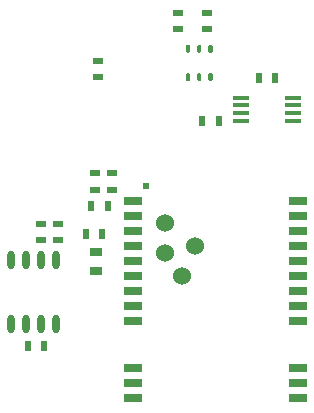
<source format=gbr>
G04 #@! TF.GenerationSoftware,KiCad,Pcbnew,5.1.9-73d0e3b20d~88~ubuntu20.04.1*
G04 #@! TF.CreationDate,2021-01-21T11:53:33+01:00*
G04 #@! TF.ProjectId,lorawan_e78-868ln22s_minipci,6c6f7261-7761-46e5-9f65-37382d383638,V1.0*
G04 #@! TF.SameCoordinates,Original*
G04 #@! TF.FileFunction,Paste,Top*
G04 #@! TF.FilePolarity,Positive*
%FSLAX46Y46*%
G04 Gerber Fmt 4.6, Leading zero omitted, Abs format (unit mm)*
G04 Created by KiCad (PCBNEW 5.1.9-73d0e3b20d~88~ubuntu20.04.1) date 2021-01-21 11:53:33*
%MOMM*%
%LPD*%
G01*
G04 APERTURE LIST*
%ADD10R,1.450000X0.450000*%
%ADD11R,1.000000X0.800000*%
%ADD12R,1.500000X0.800000*%
%ADD13R,0.600000X0.600000*%
%ADD14C,1.524000*%
%ADD15R,0.880000X0.480000*%
%ADD16R,0.480000X0.880000*%
%ADD17O,0.600000X1.550000*%
G04 APERTURE END LIST*
G36*
G01*
X156217500Y-79790000D02*
X156022500Y-79790000D01*
G75*
G02*
X155925000Y-79692500I0J97500D01*
G01*
X155925000Y-79247500D01*
G75*
G02*
X156022500Y-79150000I97500J0D01*
G01*
X156217500Y-79150000D01*
G75*
G02*
X156315000Y-79247500I0J-97500D01*
G01*
X156315000Y-79692500D01*
G75*
G02*
X156217500Y-79790000I-97500J0D01*
G01*
G37*
G36*
G01*
X157167500Y-79790000D02*
X156972500Y-79790000D01*
G75*
G02*
X156875000Y-79692500I0J97500D01*
G01*
X156875000Y-79247500D01*
G75*
G02*
X156972500Y-79150000I97500J0D01*
G01*
X157167500Y-79150000D01*
G75*
G02*
X157265000Y-79247500I0J-97500D01*
G01*
X157265000Y-79692500D01*
G75*
G02*
X157167500Y-79790000I-97500J0D01*
G01*
G37*
G36*
G01*
X158117500Y-79790000D02*
X157922500Y-79790000D01*
G75*
G02*
X157825000Y-79692500I0J97500D01*
G01*
X157825000Y-79247500D01*
G75*
G02*
X157922500Y-79150000I97500J0D01*
G01*
X158117500Y-79150000D01*
G75*
G02*
X158215000Y-79247500I0J-97500D01*
G01*
X158215000Y-79692500D01*
G75*
G02*
X158117500Y-79790000I-97500J0D01*
G01*
G37*
G36*
G01*
X158117500Y-82190000D02*
X157922500Y-82190000D01*
G75*
G02*
X157825000Y-82092500I0J97500D01*
G01*
X157825000Y-81647500D01*
G75*
G02*
X157922500Y-81550000I97500J0D01*
G01*
X158117500Y-81550000D01*
G75*
G02*
X158215000Y-81647500I0J-97500D01*
G01*
X158215000Y-82092500D01*
G75*
G02*
X158117500Y-82190000I-97500J0D01*
G01*
G37*
G36*
G01*
X157167500Y-82190000D02*
X156972500Y-82190000D01*
G75*
G02*
X156875000Y-82092500I0J97500D01*
G01*
X156875000Y-81647500D01*
G75*
G02*
X156972500Y-81550000I97500J0D01*
G01*
X157167500Y-81550000D01*
G75*
G02*
X157265000Y-81647500I0J-97500D01*
G01*
X157265000Y-82092500D01*
G75*
G02*
X157167500Y-82190000I-97500J0D01*
G01*
G37*
G36*
G01*
X156217500Y-82190000D02*
X156022500Y-82190000D01*
G75*
G02*
X155925000Y-82092500I0J97500D01*
G01*
X155925000Y-81647500D01*
G75*
G02*
X156022500Y-81550000I97500J0D01*
G01*
X156217500Y-81550000D01*
G75*
G02*
X156315000Y-81647500I0J-97500D01*
G01*
X156315000Y-82092500D01*
G75*
G02*
X156217500Y-82190000I-97500J0D01*
G01*
G37*
D10*
X165040000Y-83595000D03*
X165040000Y-84245000D03*
X165040000Y-84895000D03*
X165040000Y-85545000D03*
X160640000Y-85545000D03*
X160640000Y-84895000D03*
X160640000Y-84245000D03*
X160640000Y-83595000D03*
D11*
X148310000Y-96680000D03*
X148310000Y-98280000D03*
D12*
X151450000Y-92340000D03*
D13*
X152600000Y-91120000D03*
D12*
X151450000Y-93610000D03*
X151450000Y-94880000D03*
X151450000Y-96150000D03*
X151450000Y-97420000D03*
X151450000Y-98690000D03*
X151450000Y-99960000D03*
X151450000Y-101230000D03*
X151450000Y-102500000D03*
X165450000Y-102500000D03*
X165450000Y-97420000D03*
X165450000Y-101230000D03*
X165450000Y-99960000D03*
X165450000Y-93610000D03*
X165450000Y-92340000D03*
X165450000Y-94880000D03*
X165450000Y-96150000D03*
X165450000Y-98690000D03*
X151450000Y-109070000D03*
X151450000Y-107800000D03*
X151450000Y-106530000D03*
X165450000Y-107800000D03*
X165450000Y-109070000D03*
X165450000Y-106530000D03*
D14*
X155580000Y-98680000D03*
X154150000Y-96785000D03*
X156680000Y-96150000D03*
X154180000Y-94245000D03*
D15*
X148230000Y-89990000D03*
X148230000Y-91390000D03*
X149660000Y-91400000D03*
X149660000Y-90000000D03*
D16*
X149320000Y-92750000D03*
X147920000Y-92750000D03*
D15*
X143690000Y-94280000D03*
X143690000Y-95680000D03*
X145090000Y-95690000D03*
X145090000Y-94290000D03*
D16*
X148880000Y-95160000D03*
X147480000Y-95160000D03*
X157330000Y-85570000D03*
X158730000Y-85570000D03*
D17*
X144955000Y-102750000D03*
X143685000Y-102750000D03*
X142415000Y-102750000D03*
X141145000Y-102750000D03*
X141145000Y-97350000D03*
X142415000Y-97350000D03*
X143685000Y-97350000D03*
X144955000Y-97350000D03*
D16*
X163500000Y-81950000D03*
X162100000Y-81950000D03*
X142570000Y-104650000D03*
X143970000Y-104650000D03*
D15*
X148510000Y-81890000D03*
X148510000Y-80490000D03*
X157760000Y-77820000D03*
X157760000Y-76420000D03*
X155300000Y-76420000D03*
X155300000Y-77820000D03*
M02*

</source>
